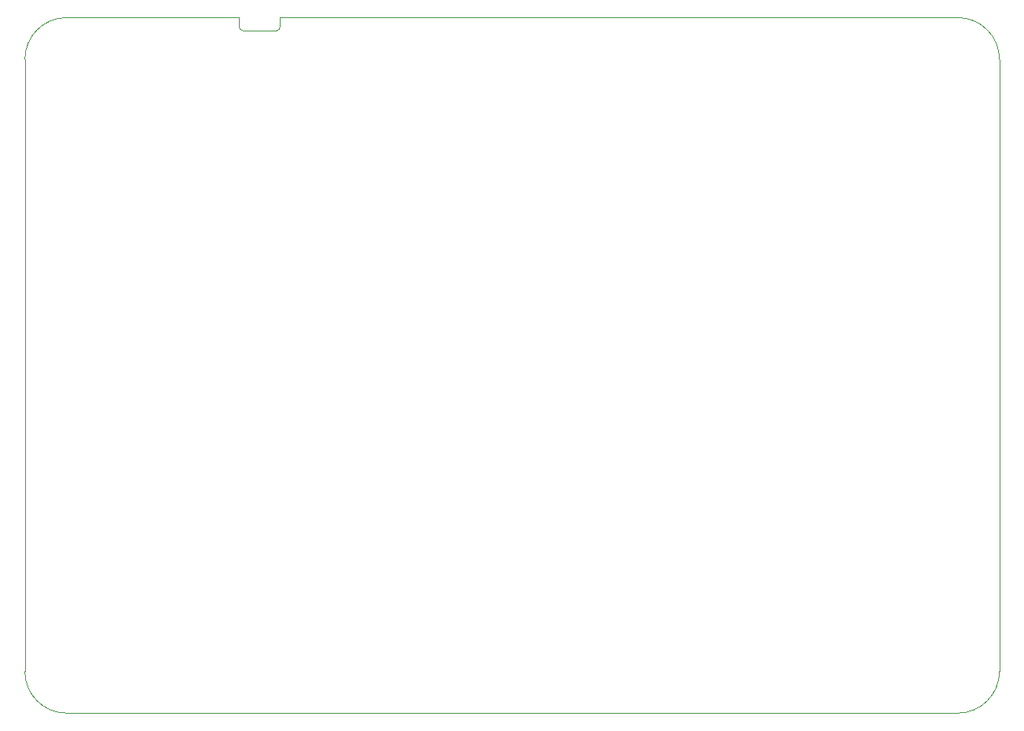
<source format=gm1>
%TF.GenerationSoftware,KiCad,Pcbnew,6.0.8-f2edbf62ab~116~ubuntu20.04.1*%
%TF.CreationDate,2022-10-07T00:48:49-04:00*%
%TF.ProjectId,SSTC_Control_Board,53535443-5f43-46f6-9e74-726f6c5f426f,rev?*%
%TF.SameCoordinates,Original*%
%TF.FileFunction,Profile,NP*%
%FSLAX46Y46*%
G04 Gerber Fmt 4.6, Leading zero omitted, Abs format (unit mm)*
G04 Created by KiCad (PCBNEW 6.0.8-f2edbf62ab~116~ubuntu20.04.1) date 2022-10-07 00:48:49*
%MOMM*%
%LPD*%
G01*
G04 APERTURE LIST*
%TA.AperFunction,Profile*%
%ADD10C,0.100000*%
%TD*%
%TA.AperFunction,Profile*%
%ADD11C,0.120000*%
%TD*%
G04 APERTURE END LIST*
D10*
X40000000Y-115500000D02*
X40000000Y-49500000D01*
X58800000Y-45000000D02*
X44500000Y-45000000D01*
X140500000Y-120000000D02*
G75*
G03*
X145000000Y-115500000I0J4500000D01*
G01*
X145000000Y-49500000D02*
G75*
G03*
X140500000Y-45000000I-4500000J0D01*
G01*
X44500000Y-45000000D02*
G75*
G03*
X40000000Y-49500000I0J-4500000D01*
G01*
X145000000Y-115500000D02*
X145000000Y-49500000D01*
X71800000Y-45000000D02*
X140500000Y-45000000D01*
X40000000Y-115500000D02*
G75*
G03*
X44500000Y-120000000I4500000J0D01*
G01*
X44500000Y-120000000D02*
X140500000Y-120000000D01*
D11*
%TO.C,J3*%
X67500000Y-46000000D02*
X67500000Y-45000000D01*
X63100000Y-46000000D02*
X63100000Y-45000000D01*
X63500000Y-46400000D02*
X67100000Y-46400000D01*
X63100000Y-45000000D02*
X58800000Y-45000000D01*
X67500000Y-45000000D02*
X71800000Y-45000000D01*
X67100000Y-46400000D02*
G75*
G03*
X67500000Y-46000000I-2J400002D01*
G01*
X63100000Y-46000000D02*
G75*
G03*
X63500000Y-46400000I400000J0D01*
G01*
%TD*%
M02*

</source>
